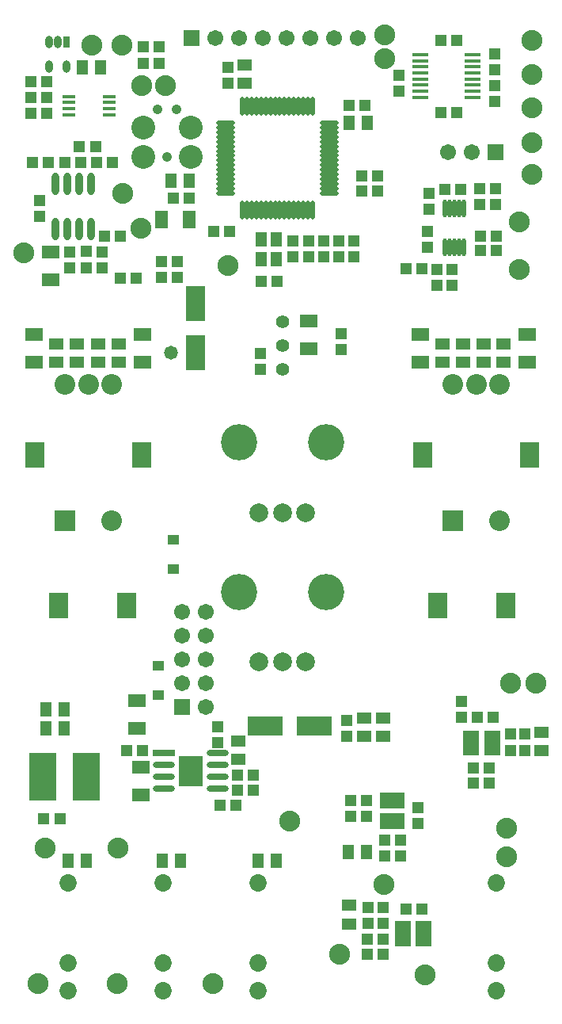
<source format=gts>
G04*
G04 #@! TF.GenerationSoftware,Altium Limited,CircuitStudio,1.5.1 (13)*
G04*
G04 Layer_Color=20142*
%FSLAX44Y44*%
%MOMM*%
G71*
G01*
G75*
%ADD20R,1.6764X0.3556*%
%ADD26R,1.4224X0.4318*%
%ADD82R,1.5032X1.2532*%
%ADD83R,1.2032X1.3032*%
%ADD84R,1.3032X1.2032*%
%ADD85R,1.9532X1.3532*%
%ADD86R,1.3532X1.9532*%
%ADD87R,0.6532X1.7532*%
%ADD88R,1.1532X1.1032*%
%ADD89O,2.3532X0.6532*%
%ADD90R,2.3532X0.6532*%
%ADD91R,2.6032X3.3032*%
%ADD92O,0.5032X1.9032*%
%ADD93R,1.2532X1.5032*%
%ADD94R,2.9032X5.1031*%
%ADD95O,0.5032X2.0032*%
%ADD96O,2.0032X0.5032*%
%ADD97R,1.3032X1.5032*%
%ADD98R,0.8032X1.3032*%
%ADD99O,0.8032X1.3032*%
%ADD100O,0.8032X2.4032*%
%ADD101R,1.7532X0.6532*%
%ADD102R,3.7532X2.0532*%
%ADD103R,2.0532X3.7532*%
%ADD104C,3.8651*%
%ADD105C,2.0033*%
%ADD106C,1.8533*%
%ADD107C,1.7032*%
%ADD108R,1.7032X1.7032*%
%ADD109C,2.2352*%
%ADD110C,1.0668*%
%ADD111C,2.5400*%
%ADD112R,2.0032X2.8032*%
%ADD113R,2.2032X2.2032*%
%ADD114C,2.2032*%
%ADD115R,1.7032X1.7032*%
%ADD116C,1.4032*%
%ADD117C,1.4732*%
D20*
X698754Y1225914D02*
D03*
Y1232414D02*
D03*
Y1238914D02*
D03*
Y1245414D02*
D03*
Y1251914D02*
D03*
Y1258414D02*
D03*
Y1264914D02*
D03*
Y1271414D02*
D03*
X755142D02*
D03*
Y1264914D02*
D03*
Y1258414D02*
D03*
Y1251914D02*
D03*
Y1245414D02*
D03*
Y1238914D02*
D03*
Y1232414D02*
D03*
Y1225914D02*
D03*
D26*
X323215Y1226918D02*
D03*
Y1220418D02*
D03*
Y1213918D02*
D03*
Y1207418D02*
D03*
X366649D02*
D03*
Y1213918D02*
D03*
Y1220418D02*
D03*
Y1226918D02*
D03*
D82*
X788416Y962338D02*
D03*
Y942838D02*
D03*
X744916Y962338D02*
D03*
Y942838D02*
D03*
X722869Y962338D02*
D03*
Y942838D02*
D03*
X331963Y942584D02*
D03*
Y962084D02*
D03*
X354417D02*
D03*
Y942584D02*
D03*
X766963Y962338D02*
D03*
Y942838D02*
D03*
X309510Y942584D02*
D03*
Y962084D02*
D03*
X376870Y942584D02*
D03*
Y962084D02*
D03*
X504190Y538070D02*
D03*
Y518570D02*
D03*
X511556Y1240692D02*
D03*
Y1260192D02*
D03*
X623062Y362556D02*
D03*
Y343056D02*
D03*
X828802Y547468D02*
D03*
Y527968D02*
D03*
X638810Y543208D02*
D03*
Y562708D02*
D03*
X659130Y543208D02*
D03*
Y562708D02*
D03*
D83*
X611886Y1055506D02*
D03*
Y1072506D02*
D03*
X779272Y1128640D02*
D03*
Y1111640D02*
D03*
X762508Y1128640D02*
D03*
Y1111640D02*
D03*
X419608Y1262516D02*
D03*
Y1279516D02*
D03*
X402844Y1262516D02*
D03*
Y1279516D02*
D03*
X528066Y952618D02*
D03*
Y935618D02*
D03*
X778764Y1255658D02*
D03*
Y1272658D02*
D03*
Y1221114D02*
D03*
Y1238114D02*
D03*
X676656Y1249544D02*
D03*
Y1232544D02*
D03*
X579374Y1072506D02*
D03*
Y1055506D02*
D03*
X563118Y1072506D02*
D03*
Y1055506D02*
D03*
X493776Y1240672D02*
D03*
Y1257672D02*
D03*
X595630Y1055506D02*
D03*
Y1072506D02*
D03*
X696468Y450224D02*
D03*
Y467224D02*
D03*
X482600Y553330D02*
D03*
Y536330D02*
D03*
X733298Y1041772D02*
D03*
Y1024772D02*
D03*
X708152Y1123306D02*
D03*
Y1106306D02*
D03*
X707136Y1082920D02*
D03*
Y1065920D02*
D03*
X717296Y1024772D02*
D03*
Y1041772D02*
D03*
X292100Y1098940D02*
D03*
Y1115940D02*
D03*
X323850Y1043822D02*
D03*
Y1060822D02*
D03*
X341630Y1044076D02*
D03*
Y1061076D02*
D03*
X358394Y1060568D02*
D03*
Y1043568D02*
D03*
X438912Y1050408D02*
D03*
Y1033408D02*
D03*
X422148Y1050408D02*
D03*
Y1033408D02*
D03*
X659384Y343798D02*
D03*
Y360798D02*
D03*
X643382Y343798D02*
D03*
Y360798D02*
D03*
X795274Y528456D02*
D03*
Y545456D02*
D03*
X811276Y528456D02*
D03*
Y545456D02*
D03*
X628142Y1055506D02*
D03*
Y1072506D02*
D03*
X614172Y956564D02*
D03*
Y973564D02*
D03*
X620776Y560188D02*
D03*
Y543188D02*
D03*
X743458Y580762D02*
D03*
Y563762D02*
D03*
D84*
X780406Y1062228D02*
D03*
X763406D02*
D03*
X780406Y1077976D02*
D03*
X763406D02*
D03*
X738242Y1287018D02*
D03*
X721242D02*
D03*
X737988Y1209294D02*
D03*
X720988D02*
D03*
X495418Y1083056D02*
D03*
X478418D02*
D03*
X636406Y1126236D02*
D03*
X653406D02*
D03*
X623198Y1217422D02*
D03*
X640198D02*
D03*
X452208Y1118616D02*
D03*
X435208D02*
D03*
X660790Y432054D02*
D03*
X677790D02*
D03*
X641722Y457708D02*
D03*
X624722D02*
D03*
X660790Y415798D02*
D03*
X677790D02*
D03*
X624722Y474472D02*
D03*
X641722D02*
D03*
X385200Y527812D02*
D03*
X402200D02*
D03*
X296554Y455168D02*
D03*
X313554D02*
D03*
X520310Y501650D02*
D03*
X503310D02*
D03*
X520310Y485902D02*
D03*
X503310D02*
D03*
X502276Y469900D02*
D03*
X485276D02*
D03*
X299838Y1225550D02*
D03*
X282838D02*
D03*
X299584Y1208786D02*
D03*
X282584D02*
D03*
X528710Y1029208D02*
D03*
X545710D02*
D03*
X742306Y1127252D02*
D03*
X725306D02*
D03*
X653406Y1141984D02*
D03*
X636406D02*
D03*
X299838Y1242822D02*
D03*
X282838D02*
D03*
X335906Y1156716D02*
D03*
X318906D02*
D03*
X353196Y1156716D02*
D03*
X370196D02*
D03*
X334654Y1172972D02*
D03*
X351654D02*
D03*
X395596Y1032510D02*
D03*
X378596D02*
D03*
X659502Y326644D02*
D03*
X642502D02*
D03*
X642502Y310896D02*
D03*
X659502D02*
D03*
X700650Y358902D02*
D03*
X683650D02*
D03*
X777104Y563626D02*
D03*
X760104D02*
D03*
X772532Y509270D02*
D03*
X755532D02*
D03*
X755532Y493268D02*
D03*
X772532D02*
D03*
X683904Y1042670D02*
D03*
X700904D02*
D03*
X284616Y1156716D02*
D03*
X301616D02*
D03*
X378578Y1077976D02*
D03*
X361578D02*
D03*
D85*
X579882Y957054D02*
D03*
Y986554D02*
D03*
X699008Y943338D02*
D03*
Y972838D02*
D03*
X285750Y972584D02*
D03*
Y943084D02*
D03*
X401574Y943084D02*
D03*
Y972584D02*
D03*
X813308Y943338D02*
D03*
Y972838D02*
D03*
X396240Y551924D02*
D03*
Y581424D02*
D03*
X400304Y480804D02*
D03*
Y510304D02*
D03*
X303530Y1060468D02*
D03*
Y1030968D02*
D03*
D86*
X451630Y1095756D02*
D03*
X422130D02*
D03*
D87*
X678532Y474800D02*
D03*
X672032D02*
D03*
X665532D02*
D03*
X659032D02*
D03*
X678532Y452300D02*
D03*
X672032D02*
D03*
X665532D02*
D03*
X659032D02*
D03*
D88*
X419100Y587244D02*
D03*
Y618744D02*
D03*
X435102Y753618D02*
D03*
Y722118D02*
D03*
D89*
X482460Y487090D02*
D03*
Y499790D02*
D03*
Y512490D02*
D03*
Y525190D02*
D03*
X424960Y487090D02*
D03*
Y499790D02*
D03*
Y512490D02*
D03*
D90*
Y525190D02*
D03*
D91*
X453710Y506140D02*
D03*
D92*
X745330Y1106858D02*
D03*
X740330D02*
D03*
X735330D02*
D03*
X730330D02*
D03*
X725330D02*
D03*
X745330Y1065858D02*
D03*
X740330D02*
D03*
X735330D02*
D03*
X730330D02*
D03*
X725330D02*
D03*
D93*
X298352Y551688D02*
D03*
X317852D02*
D03*
X298352Y572262D02*
D03*
X317852D02*
D03*
X337468Y1258062D02*
D03*
X356968D02*
D03*
X622964Y1198626D02*
D03*
X642464D02*
D03*
X452218Y1136904D02*
D03*
X432718D02*
D03*
X622456Y419608D02*
D03*
X641956D02*
D03*
X322736Y410210D02*
D03*
X342236D02*
D03*
X525682D02*
D03*
X545182D02*
D03*
X422812D02*
D03*
X442312D02*
D03*
D94*
X341516Y499872D02*
D03*
X295516D02*
D03*
D95*
X508854Y1105534D02*
D03*
X513854D02*
D03*
X518854D02*
D03*
X523854D02*
D03*
X528854D02*
D03*
X533854D02*
D03*
X538854D02*
D03*
X543854D02*
D03*
X548854D02*
D03*
X553854D02*
D03*
X558854D02*
D03*
X563854D02*
D03*
X568854D02*
D03*
X573854D02*
D03*
X578854D02*
D03*
X583854D02*
D03*
Y1216534D02*
D03*
X578854D02*
D03*
X573854D02*
D03*
X568854D02*
D03*
X563854D02*
D03*
X558854D02*
D03*
X553854D02*
D03*
X548854D02*
D03*
X543854D02*
D03*
X538854D02*
D03*
X533854D02*
D03*
X528854D02*
D03*
X523854D02*
D03*
X518854D02*
D03*
X513854D02*
D03*
X508854D02*
D03*
D96*
X601854Y1123534D02*
D03*
Y1128534D02*
D03*
Y1133534D02*
D03*
Y1138534D02*
D03*
Y1143534D02*
D03*
Y1148534D02*
D03*
Y1153534D02*
D03*
Y1158534D02*
D03*
Y1163534D02*
D03*
Y1168534D02*
D03*
Y1173534D02*
D03*
Y1178534D02*
D03*
Y1183534D02*
D03*
Y1188534D02*
D03*
Y1193534D02*
D03*
Y1198534D02*
D03*
X490854D02*
D03*
Y1193534D02*
D03*
Y1188534D02*
D03*
Y1183534D02*
D03*
Y1178534D02*
D03*
Y1173534D02*
D03*
Y1168534D02*
D03*
Y1163534D02*
D03*
Y1158534D02*
D03*
Y1153534D02*
D03*
Y1148534D02*
D03*
Y1143534D02*
D03*
Y1138534D02*
D03*
Y1133534D02*
D03*
Y1128534D02*
D03*
Y1123534D02*
D03*
D97*
X545460Y1053006D02*
D03*
X528960D02*
D03*
X545460Y1074006D02*
D03*
X528960D02*
D03*
D98*
X321056Y1284986D02*
D03*
D99*
X311556D02*
D03*
X302056D02*
D03*
X321056Y1258986D02*
D03*
X302056D02*
D03*
D100*
X346964Y1133218D02*
D03*
X334264D02*
D03*
X321564D02*
D03*
X308864D02*
D03*
X346964Y1085218D02*
D03*
X334264D02*
D03*
X321564D02*
D03*
X308864D02*
D03*
D101*
X680392Y342236D02*
D03*
Y335736D02*
D03*
Y329236D02*
D03*
Y322736D02*
D03*
X702892Y342236D02*
D03*
Y335736D02*
D03*
Y329236D02*
D03*
Y322736D02*
D03*
X753544Y546198D02*
D03*
Y539698D02*
D03*
Y533198D02*
D03*
Y526698D02*
D03*
X776044Y546198D02*
D03*
Y539698D02*
D03*
Y533198D02*
D03*
Y526698D02*
D03*
D102*
X533312Y554736D02*
D03*
X585812D02*
D03*
D103*
X458724Y953428D02*
D03*
Y1005928D02*
D03*
D104*
X598002Y857485D02*
D03*
X505000D02*
D03*
X598002Y697800D02*
D03*
X505000D02*
D03*
D105*
X576501Y782483D02*
D03*
X551502D02*
D03*
X526501D02*
D03*
X576501Y622799D02*
D03*
X551502D02*
D03*
X526501D02*
D03*
D106*
X322580Y271295D02*
D03*
Y301295D02*
D03*
Y386296D02*
D03*
X525780Y271295D02*
D03*
Y301295D02*
D03*
Y386296D02*
D03*
X424180Y271295D02*
D03*
Y301295D02*
D03*
Y386296D02*
D03*
X780420Y271295D02*
D03*
Y301295D02*
D03*
Y386296D02*
D03*
D107*
X728980Y1167384D02*
D03*
X754380D02*
D03*
X632460Y1289050D02*
D03*
X607060D02*
D03*
X581660D02*
D03*
X556260D02*
D03*
X530860D02*
D03*
X505460D02*
D03*
X480060D02*
D03*
X469392Y575056D02*
D03*
X443992Y600456D02*
D03*
X469392D02*
D03*
X443992Y625856D02*
D03*
X469392D02*
D03*
X443992Y651256D02*
D03*
X469392D02*
D03*
X443992Y676656D02*
D03*
X469392D02*
D03*
D108*
X779780Y1167384D02*
D03*
X454660Y1289050D02*
D03*
D109*
X791464Y445516D02*
D03*
X400558Y1086104D02*
D03*
X381000Y1122934D02*
D03*
X493776Y1046480D02*
D03*
X375666Y424180D02*
D03*
X659892Y385318D02*
D03*
X795528Y600456D02*
D03*
X660908Y1292860D02*
D03*
X426466Y1238250D02*
D03*
X401320D02*
D03*
X818896Y1250696D02*
D03*
X660908Y1267460D02*
D03*
X818896Y1214374D02*
D03*
Y1287018D02*
D03*
X791464Y414782D02*
D03*
X822452Y600456D02*
D03*
X477012Y279400D02*
D03*
X297688Y424180D02*
D03*
X375158Y279400D02*
D03*
X289814D02*
D03*
X559562Y452374D02*
D03*
X347472Y1281430D02*
D03*
X275082Y1060196D02*
D03*
X379730Y1281430D02*
D03*
X612394Y310642D02*
D03*
X818896Y1177544D02*
D03*
Y1143254D02*
D03*
X804672Y1093216D02*
D03*
Y1041908D02*
D03*
X704596Y288798D02*
D03*
D110*
X428244Y1162050D02*
D03*
X438404Y1212850D02*
D03*
X418084D02*
D03*
D111*
X402844Y1162050D02*
D03*
X453644D02*
D03*
Y1193800D02*
D03*
X402844D02*
D03*
D112*
X287000Y844000D02*
D03*
X401000D02*
D03*
X702000D02*
D03*
X816000D02*
D03*
X717601Y683260D02*
D03*
X790601D02*
D03*
X312420D02*
D03*
X385420D02*
D03*
D113*
X319000Y774000D02*
D03*
X734000D02*
D03*
D114*
X369000D02*
D03*
X319000Y919000D02*
D03*
X344000D02*
D03*
X369000D02*
D03*
X784000Y774000D02*
D03*
X734000Y919000D02*
D03*
X759000D02*
D03*
X784000D02*
D03*
D115*
X443992Y575056D02*
D03*
D116*
X551502Y986282D02*
D03*
Y935482D02*
D03*
Y960882D02*
D03*
D117*
X432562Y953008D02*
D03*
M02*

</source>
